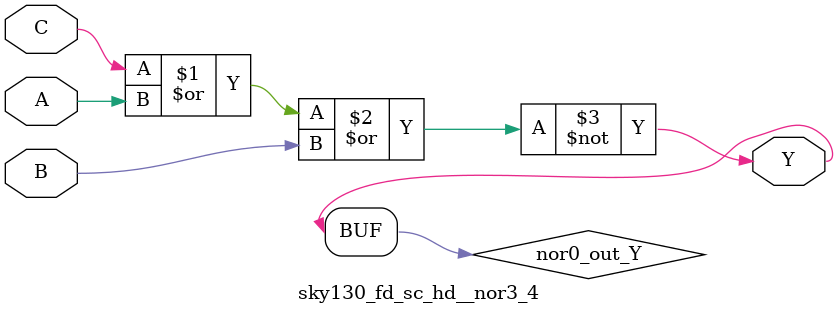
<source format=v>
/*
 * Copyright 2020 The SkyWater PDK Authors
 *
 * Licensed under the Apache License, Version 2.0 (the "License");
 * you may not use this file except in compliance with the License.
 * You may obtain a copy of the License at
 *
 *     https://www.apache.org/licenses/LICENSE-2.0
 *
 * Unless required by applicable law or agreed to in writing, software
 * distributed under the License is distributed on an "AS IS" BASIS,
 * WITHOUT WARRANTIES OR CONDITIONS OF ANY KIND, either express or implied.
 * See the License for the specific language governing permissions and
 * limitations under the License.
 *
 * SPDX-License-Identifier: Apache-2.0
*/


`ifndef SKY130_FD_SC_HD__NOR3_4_FUNCTIONAL_V
`define SKY130_FD_SC_HD__NOR3_4_FUNCTIONAL_V

/**
 * nor3: 3-input NOR.
 *
 *       Y = !(A | B | C | !D)
 *
 * Verilog simulation functional model.
 */

`timescale 1ns / 1ps
`default_nettype none

`celldefine
module sky130_fd_sc_hd__nor3_4 (
    Y,
    A,
    B,
    C
);

    // Module ports
    output Y;
    input  A;
    input  B;
    input  C;

    // Local signals
    wire nor0_out_Y;

    //  Name  Output      Other arguments
    nor nor0 (nor0_out_Y, C, A, B        );
    buf buf0 (Y         , nor0_out_Y     );

endmodule
`endcelldefine

`default_nettype wire
`endif  // SKY130_FD_SC_HD__NOR3_4_FUNCTIONAL_V

</source>
